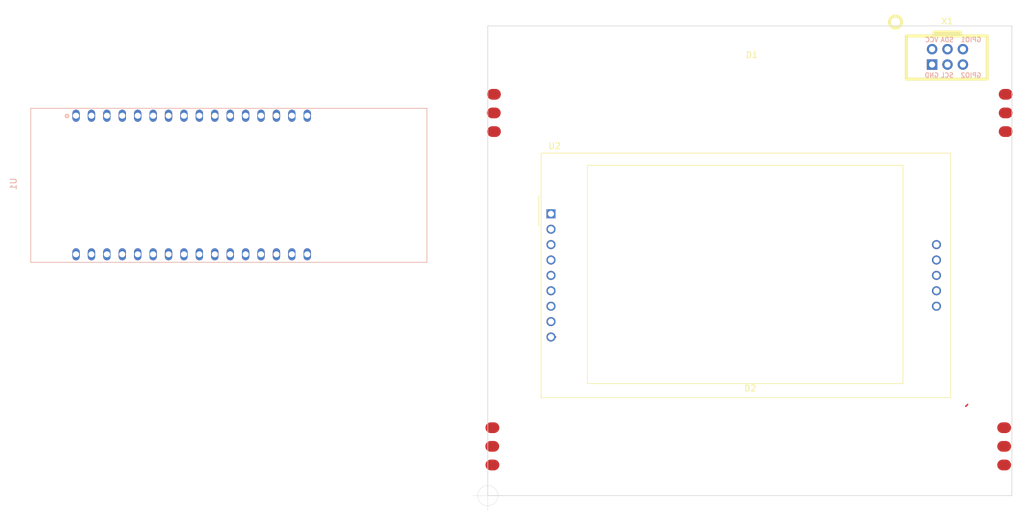
<source format=kicad_pcb>
(kicad_pcb (version 20171130) (host pcbnew "(5.1.4-0-10_14)")

  (general
    (thickness 1.6)
    (drawings 5)
    (tracks 2)
    (zones 0)
    (modules 5)
    (nets 45)
  )

  (page A4)
  (layers
    (0 F.Cu signal)
    (31 B.Cu signal)
    (32 B.Adhes user hide)
    (33 F.Adhes user hide)
    (34 B.Paste user)
    (35 F.Paste user)
    (36 B.SilkS user)
    (37 F.SilkS user)
    (38 B.Mask user)
    (39 F.Mask user)
    (40 Dwgs.User user)
    (41 Cmts.User user)
    (42 Eco1.User user)
    (43 Eco2.User user)
    (44 Edge.Cuts user)
    (45 Margin user)
    (46 B.CrtYd user)
    (47 F.CrtYd user)
    (48 B.Fab user)
    (49 F.Fab user)
  )

  (setup
    (last_trace_width 0.25)
    (trace_clearance 0.2)
    (zone_clearance 0.508)
    (zone_45_only no)
    (trace_min 0.2)
    (via_size 0.8)
    (via_drill 0.4)
    (via_min_size 0.4)
    (via_min_drill 0.3)
    (uvia_size 0.3)
    (uvia_drill 0.1)
    (uvias_allowed no)
    (uvia_min_size 0.2)
    (uvia_min_drill 0.1)
    (edge_width 0.05)
    (segment_width 0.2)
    (pcb_text_width 0.3)
    (pcb_text_size 1.5 1.5)
    (mod_edge_width 0.12)
    (mod_text_size 1 1)
    (mod_text_width 0.15)
    (pad_size 1.524 1.524)
    (pad_drill 0.762)
    (pad_to_mask_clearance 0.051)
    (solder_mask_min_width 0.25)
    (aux_axis_origin 115.57 101.6)
    (grid_origin 115.57 101.6)
    (visible_elements FFFFFF7F)
    (pcbplotparams
      (layerselection 0x010fc_ffffffff)
      (usegerberextensions false)
      (usegerberattributes false)
      (usegerberadvancedattributes false)
      (creategerberjobfile false)
      (excludeedgelayer true)
      (linewidth 0.100000)
      (plotframeref false)
      (viasonmask false)
      (mode 1)
      (useauxorigin false)
      (hpglpennumber 1)
      (hpglpenspeed 20)
      (hpglpendiameter 15.000000)
      (psnegative false)
      (psa4output false)
      (plotreference true)
      (plotvalue true)
      (plotinvisibletext false)
      (padsonsilk false)
      (subtractmaskfromsilk false)
      (outputformat 1)
      (mirror false)
      (drillshape 1)
      (scaleselection 1)
      (outputdirectory ""))
  )

  (net 0 "")
  (net 1 GND)
  (net 2 "Net-(D12-Pad2)")
  (net 3 "Net-(U1-Pad32)")
  (net 4 "Net-(U1-Pad24)")
  (net 5 "Net-(U1-Pad23)")
  (net 6 "Net-(U1-Pad16)")
  (net 7 "Net-(U1-Pad14)")
  (net 8 "Net-(U1-Pad13)")
  (net 9 "Net-(U1-Pad5)")
  (net 10 "Net-(U1-Pad4)")
  (net 11 "Net-(U1-Pad3)")
  (net 12 +3V3)
  (net 13 /DISPLAY_MOSI)
  (net 14 /DISPLAY_MISO)
  (net 15 /DISPLAY_SCK)
  (net 16 /DISPLAY_CS)
  (net 17 /DISPLAY_DC)
  (net 18 /DISPLAY_RST)
  (net 19 /DISPLAY_LED)
  (net 20 /DISPLAY_T_CLK)
  (net 21 /DISPLAY_T_CS)
  (net 22 /DISPLAY_T_DIN)
  (net 23 /DISPLAY_T_DO)
  (net 24 /DISPLAY_T_IRQ)
  (net 25 /SAO_GPIO2)
  (net 26 /SAO_GPIO1)
  (net 27 /SAO_SDA)
  (net 28 /SAO_SCL)
  (net 29 "Net-(D1-Pad1)")
  (net 30 /RGB_DIN1)
  (net 31 "Net-(D1-Pad3)")
  (net 32 "Net-(D2-Pad1)")
  (net 33 "Net-(D1-Pad5)")
  (net 34 "Net-(D2-Pad3)")
  (net 35 "Net-(U1-Pad15)")
  (net 36 /SD_CS)
  (net 37 "Net-(U1-Pad9)")
  (net 38 "Net-(U1-Pad8)")
  (net 39 "Net-(U1-Pad27)")
  (net 40 "Net-(U1-Pad28)")
  (net 41 "Net-(U1-Pad29)")
  (net 42 "Net-(U1-Pad30)")
  (net 43 "Net-(U1-Pad2)")
  (net 44 "Net-(D2-Pad5)")

  (net_class Default "This is the default net class."
    (clearance 0.2)
    (trace_width 0.25)
    (via_dia 0.8)
    (via_drill 0.4)
    (uvia_dia 0.3)
    (uvia_drill 0.1)
    (add_net +3V3)
    (add_net /DISPLAY_CS)
    (add_net /DISPLAY_DC)
    (add_net /DISPLAY_LED)
    (add_net /DISPLAY_MISO)
    (add_net /DISPLAY_MOSI)
    (add_net /DISPLAY_RST)
    (add_net /DISPLAY_SCK)
    (add_net /DISPLAY_T_CLK)
    (add_net /DISPLAY_T_CS)
    (add_net /DISPLAY_T_DIN)
    (add_net /DISPLAY_T_DO)
    (add_net /DISPLAY_T_IRQ)
    (add_net /RGB_DIN1)
    (add_net /SAO_GPIO1)
    (add_net /SAO_GPIO2)
    (add_net /SAO_SCL)
    (add_net /SAO_SDA)
    (add_net /SD_CS)
    (add_net GND)
    (add_net "Net-(D1-Pad1)")
    (add_net "Net-(D1-Pad3)")
    (add_net "Net-(D1-Pad5)")
    (add_net "Net-(D12-Pad2)")
    (add_net "Net-(D2-Pad1)")
    (add_net "Net-(D2-Pad3)")
    (add_net "Net-(D2-Pad5)")
    (add_net "Net-(U1-Pad13)")
    (add_net "Net-(U1-Pad14)")
    (add_net "Net-(U1-Pad15)")
    (add_net "Net-(U1-Pad16)")
    (add_net "Net-(U1-Pad2)")
    (add_net "Net-(U1-Pad23)")
    (add_net "Net-(U1-Pad24)")
    (add_net "Net-(U1-Pad27)")
    (add_net "Net-(U1-Pad28)")
    (add_net "Net-(U1-Pad29)")
    (add_net "Net-(U1-Pad3)")
    (add_net "Net-(U1-Pad30)")
    (add_net "Net-(U1-Pad32)")
    (add_net "Net-(U1-Pad4)")
    (add_net "Net-(U1-Pad5)")
    (add_net "Net-(U1-Pad8)")
    (add_net "Net-(U1-Pad9)")
  )

  (module badge-dhatl19:LolinD32_pro (layer B.Cu) (tedit 5E214CF7) (tstamp 5E2158A0)
    (at 72.898 50.419 270)
    (path /5E22B640)
    (fp_text reference U1 (at -0.2286 35.4838 90) (layer B.SilkS)
      (effects (font (size 1 1) (thickness 0.15)) (justify mirror))
    )
    (fp_text value LolinD32_pro (at -1.1176 -34.925 90) (layer B.Fab)
      (effects (font (size 1 1) (thickness 0.15)) (justify mirror))
    )
    (fp_text user "No Copper" (at 0 30.6832 90) (layer Cmts.User)
      (effects (font (size 1 1) (thickness 0.15)))
    )
    (fp_line (start -8.89 27.051) (end -13.8938 27.051) (layer Dwgs.User) (width 0.12))
    (fp_line (start 9.398 27.051) (end 13.8938 27.051) (layer Dwgs.User) (width 0.12))
    (fp_line (start 13.8938 37.6428) (end 13.8938 27.051) (layer Dwgs.User) (width 0.12))
    (fp_line (start -13.8938 37.6428) (end -13.8938 27.051) (layer Dwgs.User) (width 0.12))
    (fp_line (start 9.398 25.781) (end 9.398 27.051) (layer Dwgs.User) (width 0.12))
    (fp_line (start -8.89 25.781) (end -8.89 27.051) (layer Dwgs.User) (width 0.12))
    (fp_line (start 13.8938 37.6428) (end -13.8938 37.6428) (layer Dwgs.User) (width 0.12))
    (fp_line (start -8.89 25.781) (end 9.398 25.781) (layer Dwgs.User) (width 0.1016))
    (fp_line (start -12.7 -32.639) (end 12.7 -32.639) (layer B.SilkS) (width 0.127))
    (fp_line (start 12.7 32.639) (end 12.7 -32.639) (layer B.SilkS) (width 0.127))
    (fp_line (start -12.7 32.639) (end 12.7 32.639) (layer B.SilkS) (width 0.127))
    (fp_line (start -12.7 32.639) (end -12.7 -32.639) (layer B.CrtYd) (width 0.1016))
    (fp_circle (center -11.43 26.67) (end -11.176 26.67) (layer B.SilkS) (width 0.254))
    (fp_line (start -12.7 -32.639) (end 12.7 -32.639) (layer B.CrtYd) (width 0.1016))
    (fp_line (start -12.7 32.639) (end 12.7 32.639) (layer B.CrtYd) (width 0.1016))
    (fp_line (start -12.7 32.639) (end -12.7 -32.639) (layer B.SilkS) (width 0.127))
    (fp_line (start 12.7 32.639) (end 12.7 -32.639) (layer B.CrtYd) (width 0.1016))
    (pad 16 thru_hole oval (at -11.4808 -12.9286) (size 1.2 2) (drill 1) (layers *.Cu *.Mask)
      (net 6 "Net-(U1-Pad16)"))
    (pad 17 thru_hole oval (at 11.3792 -12.9286) (size 1.2 2) (drill 1) (layers *.Cu *.Mask)
      (net 1 GND))
    (pad 15 thru_hole oval (at -11.4808 -10.3886) (size 1.2 2) (drill 1) (layers *.Cu *.Mask)
      (net 35 "Net-(U1-Pad15)"))
    (pad 18 thru_hole oval (at 11.3792 -10.3886) (size 1.2 2) (drill 1) (layers *.Cu *.Mask)
      (net 30 /RGB_DIN1))
    (pad 14 thru_hole oval (at -11.4808 -7.8486) (size 1.2 2) (drill 1) (layers *.Cu *.Mask)
      (net 7 "Net-(U1-Pad14)"))
    (pad 19 thru_hole oval (at 11.3792 -7.8486) (size 1.2 2) (drill 1) (layers *.Cu *.Mask)
      (net 27 /SAO_SDA))
    (pad 13 thru_hole oval (at -11.4808 -5.3086) (size 1.2 2) (drill 1) (layers *.Cu *.Mask)
      (net 8 "Net-(U1-Pad13)"))
    (pad 20 thru_hole oval (at 11.3792 -5.3086) (size 1.2 2) (drill 1) (layers *.Cu *.Mask)
      (net 26 /SAO_GPIO1))
    (pad 12 thru_hole oval (at -11.4808 -2.7686) (size 1.2 2) (drill 1) (layers *.Cu *.Mask)
      (net 36 /SD_CS))
    (pad 21 thru_hole oval (at 11.3792 -2.7686) (size 1.2 2) (drill 1) (layers *.Cu *.Mask)
      (net 25 /SAO_GPIO2))
    (pad 11 thru_hole oval (at -11.4808 -0.2286) (size 1.2 2) (drill 1) (layers *.Cu *.Mask)
      (net 16 /DISPLAY_CS))
    (pad 22 thru_hole oval (at 11.3792 -0.2286) (size 1.2 2) (drill 1) (layers *.Cu *.Mask)
      (net 28 /SAO_SCL))
    (pad 10 thru_hole oval (at -11.4808 2.3114) (size 1.2 2) (drill 1) (layers *.Cu *.Mask)
      (net 17 /DISPLAY_DC))
    (pad 23 thru_hole oval (at 11.3792 2.3114) (size 1.2 2) (drill 1) (layers *.Cu *.Mask)
      (net 5 "Net-(U1-Pad23)"))
    (pad 9 thru_hole oval (at -11.4808 4.8514) (size 1.2 2) (drill 1) (layers *.Cu *.Mask)
      (net 37 "Net-(U1-Pad9)"))
    (pad 24 thru_hole oval (at 11.3792 4.8514) (size 1.2 2) (drill 1) (layers *.Cu *.Mask)
      (net 4 "Net-(U1-Pad24)"))
    (pad 8 thru_hole oval (at -11.4808 7.3914) (size 1.2 2) (drill 1) (layers *.Cu *.Mask)
      (net 38 "Net-(U1-Pad8)"))
    (pad 25 thru_hole oval (at 11.3792 7.3914) (size 1.2 2) (drill 1) (layers *.Cu *.Mask)
      (net 15 /DISPLAY_SCK))
    (pad 7 thru_hole oval (at -11.4808 9.9314) (size 1.2 2) (drill 1) (layers *.Cu *.Mask)
      (net 18 /DISPLAY_RST))
    (pad 26 thru_hole oval (at 11.3792 9.9314) (size 1.2 2) (drill 1) (layers *.Cu *.Mask)
      (net 13 /DISPLAY_MOSI))
    (pad 6 thru_hole oval (at -11.4808 12.4714) (size 1.2 2) (drill 1) (layers *.Cu *.Mask)
      (net 19 /DISPLAY_LED))
    (pad 27 thru_hole oval (at 11.3792 12.4714) (size 1.2 2) (drill 1) (layers *.Cu *.Mask)
      (net 39 "Net-(U1-Pad27)"))
    (pad 5 thru_hole oval (at -11.4808 15.0114) (size 1.2 2) (drill 1) (layers *.Cu *.Mask)
      (net 9 "Net-(U1-Pad5)"))
    (pad 28 thru_hole oval (at 11.3792 15.0114) (size 1.2 2) (drill 1) (layers *.Cu *.Mask)
      (net 40 "Net-(U1-Pad28)"))
    (pad 4 thru_hole oval (at -11.4808 17.5514) (size 1.2 2) (drill 1) (layers *.Cu *.Mask)
      (net 10 "Net-(U1-Pad4)"))
    (pad 29 thru_hole oval (at 11.3792 17.5514) (size 1.2 2) (drill 1) (layers *.Cu *.Mask)
      (net 41 "Net-(U1-Pad29)"))
    (pad 3 thru_hole oval (at -11.4808 20.0914) (size 1.2 2) (drill 1) (layers *.Cu *.Mask)
      (net 11 "Net-(U1-Pad3)"))
    (pad 30 thru_hole oval (at 11.3792 20.0914) (size 1.2 2) (drill 1) (layers *.Cu *.Mask)
      (net 42 "Net-(U1-Pad30)"))
    (pad 2 thru_hole oval (at -11.4808 22.6314) (size 1.2 2) (drill 1) (layers *.Cu *.Mask)
      (net 43 "Net-(U1-Pad2)"))
    (pad 31 thru_hole oval (at 11.3792 22.6314) (size 1.2 2) (drill 1) (layers *.Cu *.Mask)
      (net 14 /DISPLAY_MISO))
    (pad 1 thru_hole oval (at -11.4808 25.1714) (size 1.2 2) (drill 1) (layers *.Cu *.Mask)
      (net 12 +3V3))
    (pad 32 thru_hole oval (at 11.3792 25.1714) (size 1.2 2) (drill 1) (layers *.Cu *.Mask)
      (net 3 "Net-(U1-Pad32)"))
  )

  (module badgelife_shitty_addon_v169bis:Badgelife-SAOv169-BADGE-2x3 (layer F.Cu) (tedit 5C931861) (tstamp 5DB1FC64)
    (at 191.262 29.21)
    (descr "Through hole straight IDC box header, 2x03, 2.54mm pitch, double rows")
    (tags "Through hole IDC box header THT 2x03 2.54mm double row")
    (path /5E2424CB)
    (fp_text reference X1 (at 0 -5.842) (layer F.SilkS)
      (effects (font (size 1 1) (thickness 0.15)))
    )
    (fp_text value Badgelife_sao_connector_v169bis (at 0 -8.509) (layer F.Fab)
      (effects (font (size 1 1) (thickness 0.15)))
    )
    (fp_text user GPIO1 (at 3.937 -2.794) (layer B.SilkS)
      (effects (font (size 0.75 0.75) (thickness 0.15)) (justify mirror))
    )
    (fp_text user GPIO2 (at 3.937 3.048) (layer B.SilkS)
      (effects (font (size 0.75 0.75) (thickness 0.15)) (justify mirror))
    )
    (fp_text user SCL (at 0 3.048) (layer B.SilkS)
      (effects (font (size 0.75 0.75) (thickness 0.15)) (justify mirror))
    )
    (fp_text user SDA (at 0 -2.794) (layer B.SilkS)
      (effects (font (size 0.75 0.75) (thickness 0.15)) (justify mirror))
    )
    (fp_text user GND (at -2.54 3.048) (layer B.SilkS)
      (effects (font (size 0.75 0.75) (thickness 0.15)) (justify mirror))
    )
    (fp_text user VCC (at -2.54 -2.794) (layer B.SilkS)
      (effects (font (size 0.75 0.75) (thickness 0.15)) (justify mirror))
    )
    (fp_circle (center -8.509 -5.715) (end -7.509 -5.715) (layer F.SilkS) (width 0.5))
    (fp_line (start -2.159 -3.556) (end -2.159 -4.064) (layer F.SilkS) (width 0.5))
    (fp_line (start 2.159 -3.683) (end -2.159 -3.683) (layer F.SilkS) (width 0.5))
    (fp_line (start 2.159 -4.064) (end 2.159 -3.556) (layer F.SilkS) (width 0.5))
    (fp_line (start -2.159 -4.064) (end 2.159 -4.064) (layer F.SilkS) (width 0.5))
    (fp_line (start -6.731 3.683) (end -6.731 -3.429) (layer F.SilkS) (width 0.5))
    (fp_line (start 6.604 3.683) (end -6.731 3.683) (layer F.SilkS) (width 0.5))
    (fp_line (start 6.604 -3.429) (end 6.604 3.683) (layer F.SilkS) (width 0.5))
    (fp_line (start -6.604 -3.429) (end 6.604 -3.429) (layer F.SilkS) (width 0.5))
    (fp_text user %R (at 0.06 0.02 270) (layer F.Fab)
      (effects (font (size 1 1) (thickness 0.15)))
    )
    (pad 2 thru_hole rect (at -2.48 1.29 270) (size 1.7272 1.7272) (drill 1.016) (layers *.Cu *.Mask)
      (net 1 GND))
    (pad 1 thru_hole oval (at -2.48 -1.25 270) (size 1.7272 1.7272) (drill 1.016) (layers *.Cu *.Mask)
      (net 12 +3V3))
    (pad 4 thru_hole oval (at 0.06 1.29 270) (size 1.7272 1.7272) (drill 1.016) (layers *.Cu *.Mask)
      (net 28 /SAO_SCL))
    (pad 3 thru_hole oval (at 0.06 -1.25 270) (size 1.7272 1.7272) (drill 1.016) (layers *.Cu *.Mask)
      (net 27 /SAO_SDA))
    (pad 6 thru_hole circle (at 2.6 1.29 270) (size 1.7272 1.7272) (drill 1.016) (layers *.Cu *.Mask)
      (net 25 /SAO_GPIO2))
    (pad 5 thru_hole circle (at 2.6 -1.25 270) (size 1.7272 1.7272) (drill 1.016) (layers *.Cu *.Mask)
      (net 26 /SAO_GPIO1))
  )

  (module Display:ili9341_3.2_touch_sd (layer F.Cu) (tedit 5DA5F1F8) (tstamp 5DA648C6)
    (at 125.984 55.118)
    (descr "CR2013-MI2120 ILI9341 LCD Breakout http://pan.baidu.com/s/11Y990")
    (tags "CR2013-MI2120 ILI9341 LCD Breakout")
    (path /5DA662D3)
    (fp_text reference U2 (at 0.59 -11.18) (layer F.SilkS)
      (effects (font (size 1 1) (thickness 0.15)))
    )
    (fp_text value ili9341_3.2_touch_sd (at 4.66 31.47) (layer F.Fab)
      (effects (font (size 1 1) (thickness 0.15)))
    )
    (fp_line (start 6 -8) (end 58 -8) (layer F.SilkS) (width 0.12))
    (fp_line (start 58 -8) (end 58 28) (layer F.SilkS) (width 0.12))
    (fp_line (start 58 28) (end 6 28) (layer F.SilkS) (width 0.12))
    (fp_line (start 6 28) (end 6 -8) (layer F.SilkS) (width 0.12))
    (fp_line (start -1.5 1) (end -0.5 0) (layer F.Fab) (width 0.1))
    (fp_line (start -0.5 0) (end -1.5 -1) (layer F.Fab) (width 0.1))
    (fp_line (start -1.5 -1) (end -1.5 -9.89) (layer F.Fab) (width 0.1))
    (fp_line (start -2 -3) (end -2 2) (layer F.SilkS) (width 0.12))
    (fp_text user %R (at 31.58 9.55) (layer F.Fab)
      (effects (font (size 1 1) (thickness 0.15)))
    )
    (fp_line (start -1.75 -10.14) (end 65.95 -10.14) (layer F.CrtYd) (width 0.05))
    (fp_line (start 65.95 -10.14) (end 65.95 30.46) (layer F.CrtYd) (width 0.05))
    (fp_line (start 65.95 30.46) (end -1.75 30.46) (layer F.CrtYd) (width 0.05))
    (fp_line (start -1.75 30.46) (end -1.75 -10.14) (layer F.CrtYd) (width 0.05))
    (fp_line (start -1.62 -10.01) (end 65.82 -10.01) (layer F.SilkS) (width 0.12))
    (fp_line (start 65.82 -10.01) (end 65.82 30.33) (layer F.SilkS) (width 0.12))
    (fp_line (start 65.82 30.33) (end -1.62 30.33) (layer F.SilkS) (width 0.12))
    (fp_line (start -1.62 30.33) (end -1.62 -10.01) (layer F.SilkS) (width 0.12))
    (fp_line (start -1.5 -9.89) (end 65.7 -9.89) (layer F.Fab) (width 0.1))
    (fp_line (start 65.7 -9.89) (end 65.7 30.21) (layer F.Fab) (width 0.1))
    (fp_line (start 65.7 30.21) (end -1.5 30.21) (layer F.Fab) (width 0.1))
    (fp_line (start -1.5 30.21) (end -1.5 1) (layer F.Fab) (width 0.1))
    (pad 1 thru_hole rect (at 0 0) (size 1.5 1.5) (drill 1) (layers *.Cu *.Mask)
      (net 12 +3V3))
    (pad 2 thru_hole circle (at 0 2.54) (size 1.5 1.5) (drill 1) (layers *.Cu *.Mask)
      (net 1 GND))
    (pad 3 thru_hole circle (at 0 5.08) (size 1.5 1.5) (drill 1) (layers *.Cu *.Mask)
      (net 16 /DISPLAY_CS))
    (pad 4 thru_hole circle (at 0 7.62) (size 1.5 1.5) (drill 1) (layers *.Cu *.Mask)
      (net 18 /DISPLAY_RST))
    (pad 5 thru_hole circle (at 0 10.16) (size 1.5 1.5) (drill 1) (layers *.Cu *.Mask)
      (net 17 /DISPLAY_DC))
    (pad 6 thru_hole circle (at 0 12.7) (size 1.5 1.5) (drill 1) (layers *.Cu *.Mask)
      (net 13 /DISPLAY_MOSI))
    (pad 7 thru_hole circle (at 0 15.24) (size 1.5 1.5) (drill 1) (layers *.Cu *.Mask)
      (net 15 /DISPLAY_SCK))
    (pad 8 thru_hole circle (at 0 17.78) (size 1.5 1.5) (drill 1) (layers *.Cu *.Mask)
      (net 19 /DISPLAY_LED))
    (pad 9 thru_hole circle (at 0 20.32) (size 1.5 1.5) (drill 1) (layers *.Cu *.Mask)
      (net 14 /DISPLAY_MISO))
    (pad 10 thru_hole circle (at 63.52 5.08) (size 1.5 1.5) (drill 1) (layers *.Cu *.Mask)
      (net 20 /DISPLAY_T_CLK))
    (pad 11 thru_hole circle (at 63.52 7.62) (size 1.5 1.5) (drill 1) (layers *.Cu *.Mask)
      (net 21 /DISPLAY_T_CS))
    (pad 12 thru_hole circle (at 63.52 10.16) (size 1.5 1.5) (drill 1) (layers *.Cu *.Mask)
      (net 22 /DISPLAY_T_DIN))
    (pad 13 thru_hole circle (at 63.52 12.7) (size 1.5 1.5) (drill 1) (layers *.Cu *.Mask)
      (net 23 /DISPLAY_T_DO))
    (pad 14 thru_hole circle (at 63.52 15.24) (size 1.5 1.5) (drill 1) (layers *.Cu *.Mask)
      (net 24 /DISPLAY_T_IRQ))
    (model ${KISYS3DMOD}/Display.3dshapes/CR2013-MI2120.wrl
      (at (xyz 0 0 0))
      (scale (xyz 1 1 1))
      (rotate (xyz 0 0 0))
    )
  )

  (module badge-dhatl19:ws2812strip12x (layer F.Cu) (tedit 5E214CBF) (tstamp 5E216DF3)
    (at 158.75 38.481)
    (path /5E22D81F)
    (fp_text reference D1 (at 0.3302 -9.5758) (layer F.SilkS)
      (effects (font (size 1 1) (thickness 0.15)))
    )
    (fp_text value ws2812strip12x (at 0.0508 9.8044) (layer F.Fab)
      (effects (font (size 1 1) (thickness 0.15)))
    )
    (fp_line (start -42.164 -6.0706) (end 42.164 -6.0706) (layer F.CrtYd) (width 0.1016))
    (fp_line (start -42.164 6.0706) (end 42.164 6.0706) (layer F.CrtYd) (width 0.1016))
    (fp_line (start -42.164 -6.0706) (end -42.164 6.0706) (layer F.CrtYd) (width 0.1016))
    (fp_line (start 42.164 -6.0706) (end 42.164 6.0706) (layer F.CrtYd) (width 0.1016))
    (pad 2 smd oval (at -42.1894 0) (size 2.286 1.778) (layers F.Cu F.Paste F.Mask)
      (net 30 /RGB_DIN1))
    (pad 1 smd oval (at -42.164 -3.0734) (size 2.286 1.778) (layers F.Cu F.Paste F.Mask)
      (net 29 "Net-(D1-Pad1)"))
    (pad 3 smd oval (at -42.164 3.0734) (size 2.286 1.778) (layers F.Cu F.Paste F.Mask)
      (net 31 "Net-(D1-Pad3)"))
    (pad 6 smd oval (at 42.164 -3.0734) (size 2.286 1.778) (layers F.Cu F.Paste F.Mask)
      (net 1 GND))
    (pad 5 smd oval (at 42.164 0) (size 2.286 1.778) (layers F.Cu F.Paste F.Mask)
      (net 33 "Net-(D1-Pad5)"))
    (pad 4 smd oval (at 42.164 3.0734) (size 2.286 1.778) (layers F.Cu F.Paste F.Mask)
      (net 12 +3V3))
  )

  (module badge-dhatl19:ws2812strip12x (layer F.Cu) (tedit 5E214CBF) (tstamp 5E216E01)
    (at 158.496 93.472)
    (path /5E22E34D)
    (fp_text reference D2 (at 0.3302 -9.5758) (layer F.SilkS)
      (effects (font (size 1 1) (thickness 0.15)))
    )
    (fp_text value ws2812strip12x (at 0.0508 9.8044) (layer F.Fab)
      (effects (font (size 1 1) (thickness 0.15)))
    )
    (fp_line (start 42.164 -6.0706) (end 42.164 6.0706) (layer F.CrtYd) (width 0.1016))
    (fp_line (start -42.164 -6.0706) (end -42.164 6.0706) (layer F.CrtYd) (width 0.1016))
    (fp_line (start -42.164 6.0706) (end 42.164 6.0706) (layer F.CrtYd) (width 0.1016))
    (fp_line (start -42.164 -6.0706) (end 42.164 -6.0706) (layer F.CrtYd) (width 0.1016))
    (pad 4 smd oval (at 42.164 3.0734) (size 2.286 1.778) (layers F.Cu F.Paste F.Mask)
      (net 12 +3V3))
    (pad 5 smd oval (at 42.164 0) (size 2.286 1.778) (layers F.Cu F.Paste F.Mask)
      (net 44 "Net-(D2-Pad5)"))
    (pad 6 smd oval (at 42.164 -3.0734) (size 2.286 1.778) (layers F.Cu F.Paste F.Mask)
      (net 1 GND))
    (pad 3 smd oval (at -42.164 3.0734) (size 2.286 1.778) (layers F.Cu F.Paste F.Mask)
      (net 34 "Net-(D2-Pad3)"))
    (pad 1 smd oval (at -42.164 -3.0734) (size 2.286 1.778) (layers F.Cu F.Paste F.Mask)
      (net 32 "Net-(D2-Pad1)"))
    (pad 2 smd oval (at -42.1894 0) (size 2.286 1.778) (layers F.Cu F.Paste F.Mask)
      (net 33 "Net-(D1-Pad5)"))
  )

  (gr_line (start 115.57 24.13) (end 115.57 101.6) (layer Edge.Cuts) (width 0.1))
  (gr_line (start 201.93 24.13) (end 201.93 101.6) (layer Edge.Cuts) (width 0.1) (tstamp 5DB1FCA1))
  (gr_line (start 201.93 101.6) (end 115.57 101.6) (layer Edge.Cuts) (width 0.1))
  (target plus (at 115.57 101.6) (size 5) (width 0.05) (layer Edge.Cuts))
  (gr_line (start 115.57 24.13) (end 201.93 24.13) (layer Edge.Cuts) (width 0.1))

  (segment (start 194.64 86.563) (end 194.335 86.868) (width 0.25) (layer F.Cu) (net 2))
  (segment (start 126.746 75.438) (end 125.984 75.438) (width 0.25) (layer F.Cu) (net 14))

)

</source>
